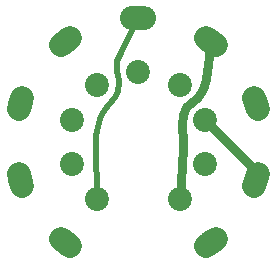
<source format=gbl>
G04 #@! TF.GenerationSoftware,KiCad,Pcbnew,(5.0.2)-1*
G04 #@! TF.CreationDate,2019-04-02T22:15:29-07:00*
G04 #@! TF.ProjectId,5670-6922-adapter,35363730-2d36-4393-9232-2d6164617074,rev?*
G04 #@! TF.SameCoordinates,Original*
G04 #@! TF.FileFunction,Copper,L2,Bot*
G04 #@! TF.FilePolarity,Positive*
%FSLAX46Y46*%
G04 Gerber Fmt 4.6, Leading zero omitted, Abs format (unit mm)*
G04 Created by KiCad (PCBNEW (5.0.2)-1) date 4/2/2019 10:15:29 PM*
%MOMM*%
%LPD*%
G01*
G04 APERTURE LIST*
G04 #@! TA.AperFunction,ComponentPad*
%ADD10C,2.030000*%
G04 #@! TD*
G04 #@! TA.AperFunction,Conductor*
%ADD11C,2.030000*%
G04 #@! TD*
G04 #@! TA.AperFunction,ComponentPad*
%ADD12O,3.050000X2.030000*%
G04 #@! TD*
G04 #@! TA.AperFunction,Conductor*
%ADD13C,0.508000*%
G04 #@! TD*
G04 #@! TA.AperFunction,Conductor*
%ADD14C,0.762000*%
G04 #@! TD*
G04 APERTURE END LIST*
D10*
G04 #@! TO.P,J1,1*
G04 #@! TO.N,Heater1*
X101421745Y-87869678D03*
D11*
G04 #@! TD*
G04 #@! TO.N,Heater1*
G04 #@! TO.C,J1*
X101834344Y-87569908D02*
X101009146Y-88169448D01*
D10*
G04 #@! TO.P,J1,2*
G04 #@! TO.N,Cathode2*
X105236093Y-82619678D03*
D11*
G04 #@! TD*
G04 #@! TO.N,Cathode2*
G04 #@! TO.C,J1*
X105393692Y-82134639D02*
X105078494Y-83104717D01*
D10*
G04 #@! TO.P,J1,3*
G04 #@! TO.N,Grid2*
X105236093Y-76130322D03*
D11*
G04 #@! TD*
G04 #@! TO.N,Grid2*
G04 #@! TO.C,J1*
X105078494Y-75645283D02*
X105393692Y-76615361D01*
D10*
G04 #@! TO.P,J1,4*
G04 #@! TO.N,Plate2*
X101421745Y-70880322D03*
D11*
G04 #@! TD*
G04 #@! TO.N,Plate2*
G04 #@! TO.C,J1*
X101009146Y-70580552D02*
X101834344Y-71180092D01*
D12*
G04 #@! TO.P,J1,5*
G04 #@! TO.N,Shield*
X95250000Y-68875000D03*
D10*
G04 #@! TO.P,J1,6*
G04 #@! TO.N,Plate1*
X89078255Y-70880322D03*
D11*
G04 #@! TD*
G04 #@! TO.N,Plate1*
G04 #@! TO.C,J1*
X89490854Y-70580552D02*
X88665656Y-71180092D01*
D10*
G04 #@! TO.P,J1,7*
G04 #@! TO.N,Grid1*
X85263907Y-76130322D03*
D11*
G04 #@! TD*
G04 #@! TO.N,Grid1*
G04 #@! TO.C,J1*
X85421506Y-75645283D02*
X85106308Y-76615361D01*
D10*
G04 #@! TO.P,J1,8*
G04 #@! TO.N,Cathode1*
X85263907Y-82619678D03*
D11*
G04 #@! TD*
G04 #@! TO.N,Cathode1*
G04 #@! TO.C,J1*
X85106308Y-82134639D02*
X85421506Y-83104717D01*
D10*
G04 #@! TO.P,J1,9*
G04 #@! TO.N,Heater2*
X89078255Y-87869678D03*
D11*
G04 #@! TD*
G04 #@! TO.N,Heater2*
G04 #@! TO.C,J1*
X88665656Y-87569908D02*
X89490854Y-88169448D01*
D10*
G04 #@! TO.P,J2,9*
G04 #@! TO.N,Shield*
X91755617Y-84184606D03*
G04 #@! TO.P,J2,8*
G04 #@! TO.N,Cathode1*
X89595969Y-81212106D03*
G04 #@! TO.P,J2,7*
G04 #@! TO.N,Grid1*
X89595969Y-77537894D03*
G04 #@! TO.P,J2,6*
G04 #@! TO.N,Plate1*
X91755617Y-74565394D03*
G04 #@! TO.P,J2,5*
G04 #@! TO.N,Heater2*
X95250000Y-73430000D03*
G04 #@! TO.P,J2,4*
G04 #@! TO.N,Heater1*
X98744383Y-74565394D03*
G04 #@! TO.P,J2,3*
G04 #@! TO.N,Cathode2*
X100904031Y-77537894D03*
G04 #@! TO.P,J2,2*
G04 #@! TO.N,Grid2*
X100904031Y-81212106D03*
G04 #@! TO.P,J2,1*
G04 #@! TO.N,Plate2*
X98744383Y-84184606D03*
G04 #@! TD*
D13*
G04 #@! TO.N,Shield*
X91716173Y-78486000D02*
X92005010Y-77470000D01*
X92005010Y-77470000D02*
X92202000Y-77027313D01*
X91669086Y-78867000D02*
X91632312Y-79629000D01*
X91755617Y-84184606D02*
X91632312Y-79629000D01*
X91669086Y-78867000D02*
X91716173Y-78486000D01*
X93535500Y-73787000D02*
X93592650Y-74168000D01*
X93398488Y-72898000D02*
X93429666Y-73406000D01*
X93535500Y-73787000D02*
X93429666Y-73406000D01*
X93398488Y-72898000D02*
X93457555Y-72517000D01*
X93457555Y-72517000D02*
X95250000Y-68875000D01*
X93561958Y-75057000D02*
X93622283Y-74422000D01*
X93592650Y-74168000D02*
X93622283Y-74422000D01*
X93010181Y-75946000D02*
X92610675Y-76454000D01*
X92202000Y-77027313D02*
X92610675Y-76454000D01*
X93010181Y-75946000D02*
X93345000Y-75486361D01*
X93561958Y-75057000D02*
X93345000Y-75486361D01*
D14*
G04 #@! TO.N,Plate2*
X98744383Y-84184606D02*
X99026664Y-79883000D01*
X100976853Y-74041000D02*
X101421745Y-70880322D01*
X100816065Y-74676000D02*
X100976853Y-74041000D01*
X100642809Y-75057000D02*
X100203000Y-75686478D01*
X100642809Y-75057000D02*
X100816065Y-74676000D01*
X99003180Y-77089000D02*
X99314000Y-76459521D01*
X100203000Y-75686478D02*
X99314000Y-76459521D01*
X99003180Y-77089000D02*
X98915872Y-77851000D01*
X98963495Y-78232000D02*
X99017337Y-79121000D01*
X99017337Y-79121000D02*
X99026664Y-79883000D01*
X98915872Y-77851000D02*
X98963495Y-78232000D01*
G04 #@! TO.N,Cathode2*
X105236093Y-81869956D02*
X100904031Y-77537894D01*
X105236093Y-82619678D02*
X105236093Y-81869956D01*
G04 #@! TD*
M02*

</source>
